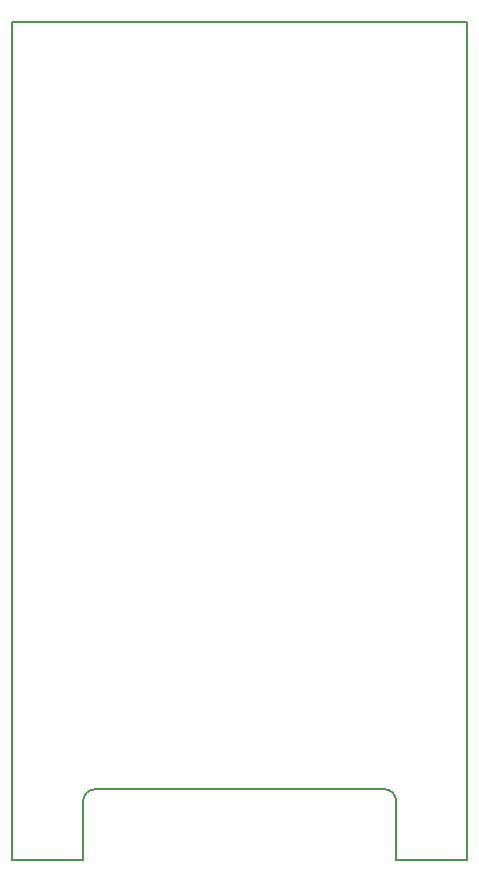
<source format=gm1>
G04 #@! TF.GenerationSoftware,KiCad,Pcbnew,(5.1.2)-1*
G04 #@! TF.CreationDate,2021-03-05T10:29:45+00:00*
G04 #@! TF.ProjectId,BLDC_4,424c4443-5f34-42e6-9b69-6361645f7063,A*
G04 #@! TF.SameCoordinates,Original*
G04 #@! TF.FileFunction,Profile,NP*
%FSLAX46Y46*%
G04 Gerber Fmt 4.6, Leading zero omitted, Abs format (unit mm)*
G04 Created by KiCad (PCBNEW (5.1.2)-1) date 2021-03-05 10:29:45*
%MOMM*%
%LPD*%
G04 APERTURE LIST*
%ADD10C,0.150000*%
G04 APERTURE END LIST*
D10*
X117000000Y-74158000D02*
X117000000Y-74000000D01*
X78500000Y-74158000D02*
X78500000Y-74000000D01*
X117000000Y-74158000D02*
X117000000Y-80000000D01*
X78500000Y-74158000D02*
X78500000Y-80000000D01*
X111000000Y-140000000D02*
X111000000Y-145000000D01*
X85500000Y-139000000D02*
X110000000Y-139000000D01*
X84500000Y-140000000D02*
X84500000Y-145000000D01*
X111000000Y-140000000D02*
G75*
G03X110000000Y-139000000I-1000000J0D01*
G01*
X85500000Y-139000000D02*
G75*
G03X84500000Y-140000000I0J-1000000D01*
G01*
X117000000Y-80000000D02*
X117000000Y-145000000D01*
X78500000Y-145000000D02*
X78500000Y-80000000D01*
X111000000Y-145000000D02*
X117000000Y-145000000D01*
X84500000Y-145000000D02*
X78500000Y-145000000D01*
X117000000Y-74000000D02*
X78500000Y-74000000D01*
M02*

</source>
